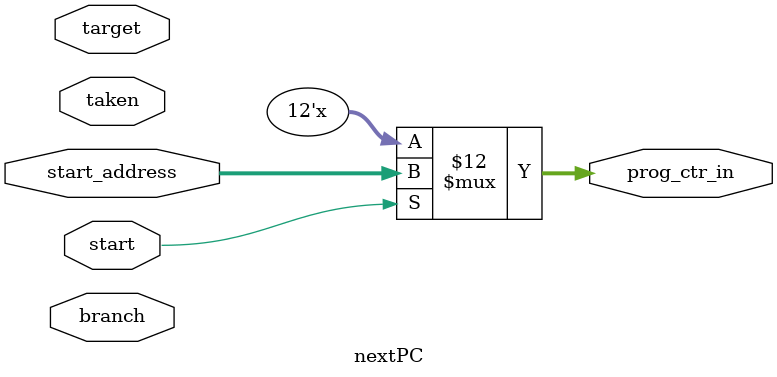
<source format=sv>

module nextPC #(parameter D=12)(
  input start,
        branch,
        taken,
  input       [D-1:0] start_address,
  input       [D-1:0] target,	// how far/where to jump
  output logic[D-1:0] prog_ctr_in
);

always_comb begin
  if(start) prog_ctr_in = start_address;
	else if(branch && taken) prog_ctr_in = prog_ctr_in+target;
  else prog_ctr_in = prog_ctr_in+1;
end

endmodule
</source>
